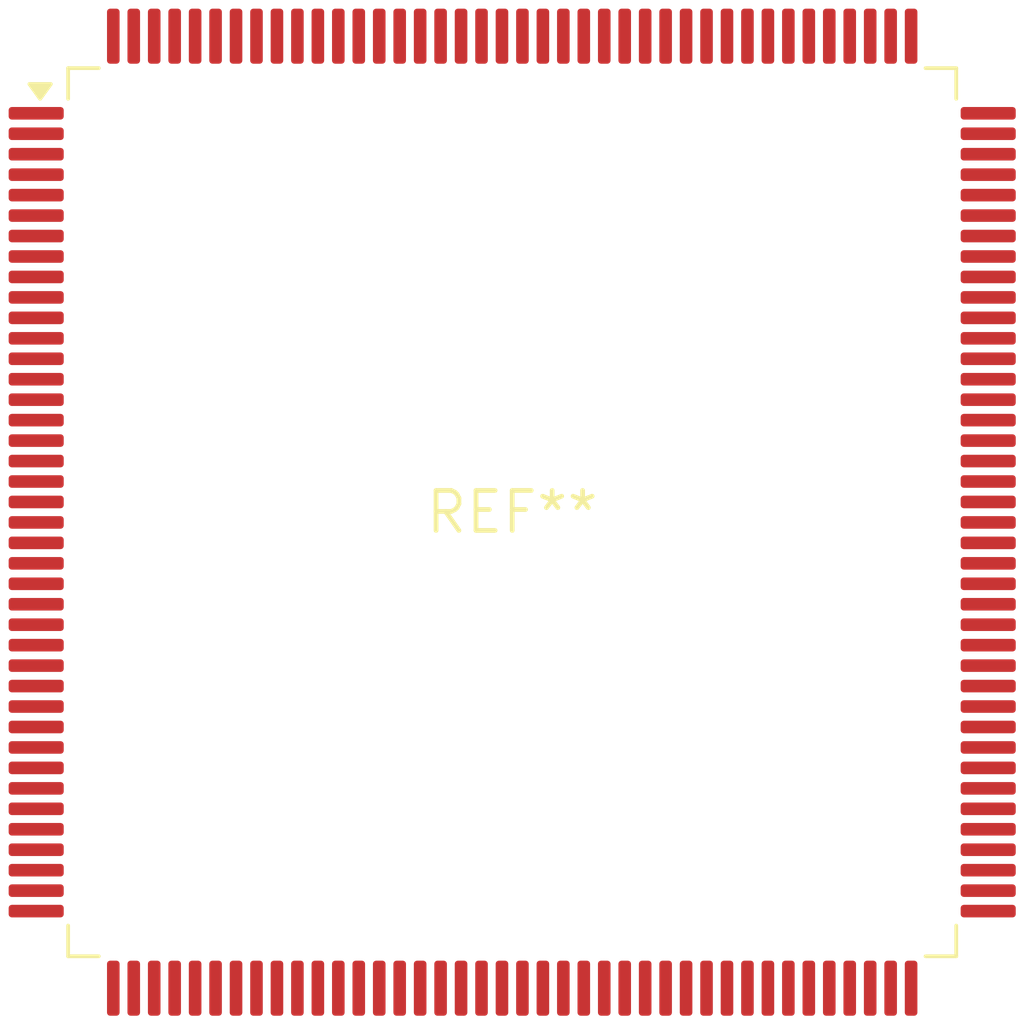
<source format=kicad_pcb>
(kicad_pcb (version 20240108) (generator pcbnew)
  (layers (0 "F.Cu" signal) (31 "B.Cu" signal) (34 "B.Paste" user) (35 "F.Paste" user) (36 "B.SilkS" user "B.Silkscreen") (37 "F.SilkS" user "F.Silkscreen") (38 "B.Mask" user) (39 "F.Mask" user) (44 "Edge.Cuts" user))
  (net 0 "")
  (footprint "PQFP-160_28x28mm_P0.65mm" (layer "F.Cu") (at 0 0)
    (property "Reference" "REF**")
    (property "Value" "PQFP-160_28x28mm_P0.65mm")
    (fp_line (start -14.11 -14.11) (end -14.11 -13.135) (layer "F.SilkS") (stroke (width 0.12)))
    (fp_line (start -14.11 14.11) (end -14.11 13.135) (layer "F.SilkS") (stroke (width 0.12)))
    (fp_line (start -13.135 -14.11) (end -14.11 -14.11) (layer "F.SilkS") (stroke (width 0.12)))
    (fp_line (start -13.135 14.11) (end -14.11 14.11) (layer "F.SilkS") (stroke (width 0.12)))
    (fp_line (start 13.135 -14.11) (end 14.11 -14.11) (layer "F.SilkS") (stroke (width 0.12)))
    (fp_line (start 13.135 14.11) (end 14.11 14.11) (layer "F.SilkS") (stroke (width 0.12)))
    (fp_line (start 14.11 -14.11) (end 14.11 -13.135) (layer "F.SilkS") (stroke (width 0.12)))
    (fp_line (start 14.11 14.11) (end 14.11 13.135) (layer "F.SilkS") (stroke (width 0.12)))
    (fp_poly (pts (xy -15 -13.135) (xy -15.34 -13.605) (xy -14.66 -13.605) (xy -15 -13.135)) (layer "F.SilkS") (stroke (width 0.12)) (fill solid))
    (pad "1" smd roundrect (at -15.125 -12.675) (size 1.75 0.4) (layers "F.Cu" "F.Paste" "F.Mask"))
    (pad "2" smd roundrect (at -15.125 -12.025) (size 1.75 0.4) (layers "F.Cu" "F.Paste" "F.Mask"))
    (pad "3" smd roundrect (at -15.125 -11.375) (size 1.75 0.4) (layers "F.Cu" "F.Paste" "F.Mask"))
    (pad "4" smd roundrect (at -15.125 -10.725) (size 1.75 0.4) (layers "F.Cu" "F.Paste" "F.Mask"))
    (pad "5" smd roundrect (at -15.125 -10.075) (size 1.75 0.4) (layers "F.Cu" "F.Paste" "F.Mask"))
    (pad "6" smd roundrect (at -15.125 -9.425) (size 1.75 0.4) (layers "F.Cu" "F.Paste" "F.Mask"))
    (pad "7" smd roundrect (at -15.125 -8.775) (size 1.75 0.4) (layers "F.Cu" "F.Paste" "F.Mask"))
    (pad "8" smd roundrect (at -15.125 -8.125) (size 1.75 0.4) (layers "F.Cu" "F.Paste" "F.Mask"))
    (pad "9" smd roundrect (at -15.125 -7.475) (size 1.75 0.4) (layers "F.Cu" "F.Paste" "F.Mask"))
    (pad "10" smd roundrect (at -15.125 -6.825) (size 1.75 0.4) (layers "F.Cu" "F.Paste" "F.Mask"))
    (pad "11" smd roundrect (at -15.125 -6.175) (size 1.75 0.4) (layers "F.Cu" "F.Paste" "F.Mask"))
    (pad "12" smd roundrect (at -15.125 -5.525) (size 1.75 0.4) (layers "F.Cu" "F.Paste" "F.Mask"))
    (pad "13" smd roundrect (at -15.125 -4.875) (size 1.75 0.4) (layers "F.Cu" "F.Paste" "F.Mask"))
    (pad "14" smd roundrect (at -15.125 -4.225) (size 1.75 0.4) (layers "F.Cu" "F.Paste" "F.Mask"))
    (pad "15" smd roundrect (at -15.125 -3.575) (size 1.75 0.4) (layers "F.Cu" "F.Paste" "F.Mask"))
    (pad "16" smd roundrect (at -15.125 -2.925) (size 1.75 0.4) (layers "F.Cu" "F.Paste" "F.Mask"))
    (pad "17" smd roundrect (at -15.125 -2.275) (size 1.75 0.4) (layers "F.Cu" "F.Paste" "F.Mask"))
    (pad "18" smd roundrect (at -15.125 -1.625) (size 1.75 0.4) (layers "F.Cu" "F.Paste" "F.Mask"))
    (pad "19" smd roundrect (at -15.125 -0.975) (size 1.75 0.4) (layers "F.Cu" "F.Paste" "F.Mask"))
    (pad "20" smd roundrect (at -15.125 -0.325) (size 1.75 0.4) (layers "F.Cu" "F.Paste" "F.Mask"))
    (pad "21" smd roundrect (at -15.125 0.325) (size 1.75 0.4) (layers "F.Cu" "F.Paste" "F.Mask"))
    (pad "22" smd roundrect (at -15.125 0.975) (size 1.75 0.4) (layers "F.Cu" "F.Paste" "F.Mask"))
    (pad "23" smd roundrect (at -15.125 1.625) (size 1.75 0.4) (layers "F.Cu" "F.Paste" "F.Mask"))
    (pad "24" smd roundrect (at -15.125 2.275) (size 1.75 0.4) (layers "F.Cu" "F.Paste" "F.Mask"))
    (pad "25" smd roundrect (at -15.125 2.925) (size 1.75 0.4) (layers "F.Cu" "F.Paste" "F.Mask"))
    (pad "26" smd roundrect (at -15.125 3.575) (size 1.75 0.4) (layers "F.Cu" "F.Paste" "F.Mask"))
    (pad "27" smd roundrect (at -15.125 4.225) (size 1.75 0.4) (layers "F.Cu" "F.Paste" "F.Mask"))
    (pad "28" smd roundrect (at -15.125 4.875) (size 1.75 0.4) (layers "F.Cu" "F.Paste" "F.Mask"))
    (pad "29" smd roundrect (at -15.125 5.525) (size 1.75 0.4) (layers "F.Cu" "F.Paste" "F.Mask"))
    (pad "30" smd roundrect (at -15.125 6.175) (size 1.75 0.4) (layers "F.Cu" "F.Paste" "F.Mask"))
    (pad "31" smd roundrect (at -15.125 6.825) (size 1.75 0.4) (layers "F.Cu" "F.Paste" "F.Mask"))
    (pad "32" smd roundrect (at -15.125 7.475) (size 1.75 0.4) (layers "F.Cu" "F.Paste" "F.Mask"))
    (pad "33" smd roundrect (at -15.125 8.125) (size 1.75 0.4) (layers "F.Cu" "F.Paste" "F.Mask"))
    (pad "34" smd roundrect (at -15.125 8.775) (size 1.75 0.4) (layers "F.Cu" "F.Paste" "F.Mask"))
    (pad "35" smd roundrect (at -15.125 9.425) (size 1.75 0.4) (layers "F.Cu" "F.Paste" "F.Mask"))
    (pad "36" smd roundrect (at -15.125 10.075) (size 1.75 0.4) (layers "F.Cu" "F.Paste" "F.Mask"))
    (pad "37" smd roundrect (at -15.125 10.725) (size 1.75 0.4) (layers "F.Cu" "F.Paste" "F.Mask"))
    (pad "38" smd roundrect (at -15.125 11.375) (size 1.75 0.4) (layers "F.Cu" "F.Paste" "F.Mask"))
    (pad "39" smd roundrect (at -15.125 12.025) (size 1.75 0.4) (layers "F.Cu" "F.Paste" "F.Mask"))
    (pad "40" smd roundrect (at -15.125 12.675) (size 1.75 0.4) (layers "F.Cu" "F.Paste" "F.Mask"))
    (pad "41" smd roundrect (at -12.675 15.125) (size 0.4 1.75) (layers "F.Cu" "F.Paste" "F.Mask"))
    (pad "42" smd roundrect (at -12.025 15.125) (size 0.4 1.75) (layers "F.Cu" "F.Paste" "F.Mask"))
    (pad "43" smd roundrect (at -11.375 15.125) (size 0.4 1.75) (layers "F.Cu" "F.Paste" "F.Mask"))
    (pad "44" smd roundrect (at -10.725 15.125) (size 0.4 1.75) (layers "F.Cu" "F.Paste" "F.Mask"))
    (pad "45" smd roundrect (at -10.075 15.125) (size 0.4 1.75) (layers "F.Cu" "F.Paste" "F.Mask"))
    (pad "46" smd roundrect (at -9.425 15.125) (size 0.4 1.75) (layers "F.Cu" "F.Paste" "F.Mask"))
    (pad "47" smd roundrect (at -8.775 15.125) (size 0.4 1.75) (layers "F.Cu" "F.Paste" "F.Mask"))
    (pad "48" smd roundrect (at -8.125 15.125) (size 0.4 1.75) (layers "F.Cu" "F.Paste" "F.Mask"))
    (pad "49" smd roundrect (at -7.475 15.125) (size 0.4 1.75) (layers "F.Cu" "F.Paste" "F.Mask"))
    (pad "50" smd roundrect (at -6.825 15.125) (size 0.4 1.75) (layers "F.Cu" "F.Paste" "F.Mask"))
    (pad "51" smd roundrect (at -6.175 15.125) (size 0.4 1.75) (layers "F.Cu" "F.Paste" "F.Mask"))
    (pad "52" smd roundrect (at -5.525 15.125) (size 0.4 1.75) (layers "F.Cu" "F.Paste" "F.Mask"))
    (pad "53" smd roundrect (at -4.875 15.125) (size 0.4 1.75) (layers "F.Cu" "F.Paste" "F.Mask"))
    (pad "54" smd roundrect (at -4.225 15.125) (size 0.4 1.75) (layers "F.Cu" "F.Paste" "F.Mask"))
    (pad "55" smd roundrect (at -3.575 15.125) (size 0.4 1.75) (layers "F.Cu" "F.Paste" "F.Mask"))
    (pad "56" smd roundrect (at -2.925 15.125) (size 0.4 1.75) (layers "F.Cu" "F.Paste" "F.Mask"))
    (pad "57" smd roundrect (at -2.275 15.125) (size 0.4 1.75) (layers "F.Cu" "F.Paste" "F.Mask"))
    (pad "58" smd roundrect (at -1.625 15.125) (size 0.4 1.75) (layers "F.Cu" "F.Paste" "F.Mask"))
    (pad "59" smd roundrect (at -0.975 15.125) (size 0.4 1.75) (layers "F.Cu" "F.Paste" "F.Mask"))
    (pad "60" smd roundrect (at -0.325 15.125) (size 0.4 1.75) (layers "F.Cu" "F.Paste" "F.Mask"))
    (pad "61" smd roundrect (at 0.325 15.125) (size 0.4 1.75) (layers "F.Cu" "F.Paste" "F.Mask"))
    (pad "62" smd roundrect (at 0.975 15.125) (size 0.4 1.75) (layers "F.Cu" "F.Paste" "F.Mask"))
    (pad "63" smd roundrect (at 1.625 15.125) (size 0.4 1.75) (layers "F.Cu" "F.Paste" "F.Mask"))
    (pad "64" smd roundrect (at 2.275 15.125) (size 0.4 1.75) (layers "F.Cu" "F.Paste" "F.Mask"))
    (pad "65" smd roundrect (at 2.925 15.125) (size 0.4 1.75) (layers "F.Cu" "F.Paste" "F.Mask"))
    (pad "66" smd roundrect (at 3.575 15.125) (size 0.4 1.75) (layers "F.Cu" "F.Paste" "F.Mask"))
    (pad "67" smd roundrect (at 4.225 15.125) (size 0.4 1.75) (layers "F.Cu" "F.Paste" "F.Mask"))
    (pad "68" smd roundrect (at 4.875 15.125) (size 0.4 1.75) (layers "F.Cu" "F.Paste" "F.Mask"))
    (pad "69" smd roundrect (at 5.525 15.125) (size 0.4 1.75) (layers "F.Cu" "F.Paste" "F.Mask"))
    (pad "70" smd roundrect (at 6.175 15.125) (size 0.4 1.75) (layers "F.Cu" "F.Paste" "F.Mask"))
    (pad "71" smd roundrect (at 6.825 15.125) (size 0.4 1.75) (layers "F.Cu" "F.Paste" "F.Mask"))
    (pad "72" smd roundrect (at 7.475 15.125) (size 0.4 1.75) (layers "F.Cu" "F.Paste" "F.Mask"))
    (pad "73" smd roundrect (at 8.125 15.125) (size 0.4 1.75) (layers "F.Cu" "F.Paste" "F.Mask"))
    (pad "74" smd roundrect (at 8.775 15.125) (size 0.4 1.75) (layers "F.Cu" "F.Paste" "F.Mask"))
    (pad "75" smd roundrect (at 9.425 15.125) (size 0.4 1.75) (layers "F.Cu" "F.Paste" "F.Mask"))
    (pad "76" smd roundrect (at 10.075 15.125) (size 0.4 1.75) (layers "F.Cu" "F.Paste" "F.Mask"))
    (pad "77" smd roundrect (at 10.725 15.125) (size 0.4 1.75) (layers "F.Cu" "F.Paste" "F.Mask"))
    (pad "78" smd roundrect (at 11.375 15.125) (size 0.4 1.75) (layers "F.Cu" "F.Paste" "F.Mask"))
    (pad "79" smd roundrect (at 12.025 15.125) (size 0.4 1.75) (layers "F.Cu" "F.Paste" "F.Mask"))
    (pad "80" smd roundrect (at 12.675 15.125) (size 0.4 1.75) (layers "F.Cu" "F.Paste" "F.Mask"))
    (pad "81" smd roundrect (at 15.125 12.675) (size 1.75 0.4) (layers "F.Cu" "F.Paste" "F.Mask"))
    (pad "82" smd roundrect (at 15.125 12.025) (size 1.75 0.4) (layers "F.Cu" "F.Paste" "F.Mask"))
    (pad "83" smd roundrect (at 15.125 11.375) (size 1.75 0.4) (layers "F.Cu" "F.Paste" "F.Mask"))
    (pad "84" smd roundrect (at 15.125 10.725) (size 1.75 0.4) (layers "F.Cu" "F.Paste" "F.Mask"))
    (pad "85" smd roundrect (at 15.125 10.075) (size 1.75 0.4) (layers "F.Cu" "F.Paste" "F.Mask"))
    (pad "86" smd roundrect (at 15.125 9.425) (size 1.75 0.4) (layers "F.Cu" "F.Paste" "F.Mask"))
    (pad "87" smd roundrect (at 15.125 8.775) (size 1.75 0.4) (layers "F.Cu" "F.Paste" "F.Mask"))
    (pad "88" smd roundrect (at 15.125 8.125) (size 1.75 0.4) (layers "F.Cu" "F.Paste" "F.Mask"))
    (pad "89" smd roundrect (at 15.125 7.475) (size 1.75 0.4) (layers "F.Cu" "F.Paste" "F.Mask"))
    (pad "90" smd roundrect (at 15.125 6.825) (size 1.75 0.4) (layers "F.Cu" "F.Paste" "F.Mask"))
    (pad "91" smd roundrect (at 15.125 6.175) (size 1.75 0.4) (layers "F.Cu" "F.Paste" "F.Mask"))
    (pad "92" smd roundrect (at 15.125 5.525) (size 1.75 0.4) (layers "F.Cu" "F.Paste" "F.Mask"))
    (pad "93" smd roundrect (at 15.125 4.875) (size 1.75 0.4) (layers "F.Cu" "F.Paste" "F.Mask"))
    (pad "94" smd roundrect (at 15.125 4.225) (size 1.75 0.4) (layers "F.Cu" "F.Paste" "F.Mask"))
    (pad "95" smd roundrect (at 15.125 3.575) (size 1.75 0.4) (layers "F.Cu" "F.Paste" "F.Mask"))
    (pad "96" smd roundrect (at 15.125 2.925) (size 1.75 0.4) (layers "F.Cu" "F.Paste" "F.Mask"))
    (pad "97" smd roundrect (at 15.125 2.275) (size 1.75 0.4) (layers "F.Cu" "F.Paste" "F.Mask"))
    (pad "98" smd roundrect (at 15.125 1.625) (size 1.75 0.4) (layers "F.Cu" "F.Paste" "F.Mask"))
    (pad "99" smd roundrect (at 15.125 0.975) (size 1.75 0.4) (layers "F.Cu" "F.Paste" "F.Mask"))
    (pad "100" smd roundrect (at 15.125 0.325) (size 1.75 0.4) (layers "F.Cu" "F.Paste" "F.Mask"))
    (pad "101" smd roundrect (at 15.125 -0.325) (size 1.75 0.4) (layers "F.Cu" "F.Paste" "F.Mask"))
    (pad "102" smd roundrect (at 15.125 -0.975) (size 1.75 0.4) (layers "F.Cu" "F.Paste" "F.Mask"))
    (pad "103" smd roundrect (at 15.125 -1.625) (size 1.75 0.4) (layers "F.Cu" "F.Paste" "F.Mask"))
    (pad "104" smd roundrect (at 15.125 -2.275) (size 1.75 0.4) (layers "F.Cu" "F.Paste" "F.Mask"))
    (pad "105" smd roundrect (at 15.125 -2.925) (size 1.75 0.4) (layers "F.Cu" "F.Paste" "F.Mask"))
    (pad "106" smd roundrect (at 15.125 -3.575) (size 1.75 0.4) (layers "F.Cu" "F.Paste" "F.Mask"))
    (pad "107" smd roundrect (at 15.125 -4.225) (size 1.75 0.4) (layers "F.Cu" "F.Paste" "F.Mask"))
    (pad "108" smd roundrect (at 15.125 -4.875) (size 1.75 0.4) (layers "F.Cu" "F.Paste" "F.Mask"))
    (pad "109" smd roundrect (at 15.125 -5.525) (size 1.75 0.4) (layers "F.Cu" "F.Paste" "F.Mask"))
    (pad "110" smd roundrect (at 15.125 -6.175) (size 1.75 0.4) (layers "F.Cu" "F.Paste" "F.Mask"))
    (pad "111" smd roundrect (at 15.125 -6.825) (size 1.75 0.4) (layers "F.Cu" "F.Paste" "F.Mask"))
    (pad "112" smd roundrect (at 15.125 -7.475) (size 1.75 0.4) (layers "F.Cu" "F.Paste" "F.Mask"))
    (pad "113" smd roundrect (at 15.125 -8.125) (size 1.75 0.4) (layers "F.Cu" "F.Paste" "F.Mask"))
    (pad "114" smd roundrect (at 15.125 -8.775) (size 1.75 0.4) (layers "F.Cu" "F.Paste" "F.Mask"))
    (pad "115" smd roundrect (at 15.125 -9.425) (size 1.75 0.4) (layers "F.Cu" "F.Paste" "F.Mask"))
    (pad "116" smd roundrect (at 15.125 -10.075) (size 1.75 0.4) (layers "F.Cu" "F.Paste" "F.Mask"))
    (pad "117" smd roundrect (at 15.125 -10.725) (size 1.75 0.4) (layers "F.Cu" "F.Paste" "F.Mask"))
    (pad "118" smd roundrect (at 15.125 -11.375) (size 1.75 0.4) (layers "F.Cu" "F.Paste" "F.Mask"))
    (pad "119" smd roundrect (at 15.125 -12.025) (size 1.75 0.4) (layers "F.Cu" "F.Paste" "F.Mask"))
    (pad "120" smd roundrect (at 15.125 -12.675) (size 1.75 0.4) (layers "F.Cu" "F.Paste" "F.Mask"))
    (pad "121" smd roundrect (at 12.675 -15.125) (size 0.4 1.75) (layers "F.Cu" "F.Paste" "F.Mask"))
    (pad "122" smd roundrect (at 12.025 -15.125) (size 0.4 1.75) (layers "F.Cu" "F.Paste" "F.Mask"))
    (pad "123" smd roundrect (at 11.375 -15.125) (size 0.4 1.75) (layers "F.Cu" "F.Paste" "F.Mask"))
    (pad "124" smd roundrect (at 10.725 -15.125) (size 0.4 1.75) (layers "F.Cu" "F.Paste" "F.Mask"))
    (pad "125" smd roundrect (at 10.075 -15.125) (size 0.4 1.75) (layers "F.Cu" "F.Paste" "F.Mask"))
    (pad "126" smd roundrect (at 9.425 -15.125) (size 0.4 1.75) (layers "F.Cu" "F.Paste" "F.Mask"))
    (pad "127" smd roundrect (at 8.775 -15.125) (size 0.4 1.75) (layers "F.Cu" "F.Paste" "F.Mask"))
    (pad "128" smd roundrect (at 8.125 -15.125) (size 0.4 1.75) (layers "F.Cu" "F.Paste" "F.Mask"))
    (pad "129" smd roundrect (at 7.475 -15.125) (size 0.4 1.75) (layers "F.Cu" "F.Paste" "F.Mask"))
    (pad "130" smd roundrect (at 6.825 -15.125) (size 0.4 1.75) (layers "F.Cu" "F.Paste" "F.Mask"))
    (pad "131" smd roundrect (at 6.175 -15.125) (size 0.4 1.75) (layers "F.Cu" "F.Paste" "F.Mask"))
    (pad "132" smd roundrect (at 5.525 -15.125) (size 0.4 1.75) (layers "F.Cu" "F.Paste" "F.Mask"))
    (pad "133" smd roundrect (at 4.875 -15.125) (size 0.4 1.75) (layers "F.Cu" "F.Paste" "F.Mask"))
    (pad "134" smd roundrect (at 4.225 -15.125) (size 0.4 1.75) (layers "F.Cu" "F.Paste" "F.Mask"))
    (pad "135" smd roundrect (at 3.575 -15.125) (size 0.4 1.75) (layers "F.Cu" "F.Paste" "F.Mask"))
    (pad "136" smd roundrect (at 2.925 -15.125) (size 0.4 1.75) (layers "F.Cu" "F.Paste" "F.Mask"))
    (pad "137" smd roundrect (at 2.275 -15.125) (size 0.4 1.75) (layers "F.Cu" "F.Paste" "F.Mask"))
    (pad "138" smd roundrect (at 1.625 -15.125) (size 0.4 1.75) (layers "F.Cu" "F.Paste" "F.Mask"))
    (pad "139" smd roundrect (at 0.975 -15.125) (size 0.4 1.75) (layers "F.Cu" "F.Paste" "F.Mask"))
    (pad "140" smd roundrect (at 0.325 -15.125) (size 0.4 1.75) (layers "F.Cu" "F.Paste" "F.Mask"))
    (pad "141" smd roundrect (at -0.325 -15.125) (size 0.4 1.75) (layers "F.Cu" "F.Paste" "F.Mask"))
    (pad "142" smd roundrect (at -0.975 -15.125) (size 0.4 1.75) (layers "F.Cu" "F.Paste" "F.Mask"))
    (pad "143" smd roundrect (at -1.625 -15.125) (size 0.4 1.75) (layers "F.Cu" "F.Paste" "F.Mask"))
    (pad "144" smd roundrect (at -2.275 -15.125) (size 0.4 1.75) (layers "F.Cu" "F.Paste" "F.Mask"))
    (pad "145" smd roundrect (at -2.925 -15.125) (size 0.4 1.75) (layers "F.Cu" "F.Paste" "F.Mask"))
    (pad "146" smd roundrect (at -3.575 -15.125) (size 0.4 1.75) (layers "F.Cu" "F.Paste" "F.Mask"))
    (pad "147" smd roundrect (at -4.225 -15.125) (size 0.4 1.75) (layers "F.Cu" "F.Paste" "F.Mask"))
    (pad "148" smd roundrect (at -4.875 -15.125) (size 0.4 1.75) (layers "F.Cu" "F.Paste" "F.Mask"))
    (pad "149" smd roundrect (at -5.525 -15.125) (size 0.4 1.75) (layers "F.Cu" "F.Paste" "F.Mask"))
    (pad "150" smd roundrect (at -6.175 -15.125) (size 0.4 1.75) (layers "F.Cu" "F.Paste" "F.Mask"))
    (pad "151" smd roundrect (at -6.825 -15.125) (size 0.4 1.75) (layers "F.Cu" "F.Paste" "F.Mask"))
    (pad "152" smd roundrect (at -7.475 -15.125) (size 0.4 1.75) (layers "F.Cu" "F.Paste" "F.Mask"))
    (pad "153" smd roundrect (at -8.125 -15.125) (size 0.4 1.75) (layers "F.Cu" "F.Paste" "F.Mask"))
    (pad "154" smd roundrect (at -8.775 -15.125) (size 0.4 1.75) (layers "F.Cu" "F.Paste" "F.Mask"))
    (pad "155" smd roundrect (at -9.425 -15.125) (size 0.4 1.75) (layers "F.Cu" "F.Paste" "F.Mask"))
    (pad "156" smd roundrect (at -10.075 -15.125) (size 0.4 1.75) (layers "F.Cu" "F.Paste" "F.Mask"))
    (pad "157" smd roundrect (at -10.725 -15.125) (size 0.4 1.75) (layers "F.Cu" "F.Paste" "F.Mask"))
    (pad "158" smd roundrect (at -11.375 -15.125) (size 0.4 1.75) (layers "F.Cu" "F.Paste" "F.Mask"))
    (pad "159" smd roundrect (at -12.025 -15.125) (size 0.4 1.75) (layers "F.Cu" "F.Paste" "F.Mask"))
    (pad "160" smd roundrect (at -12.675 -15.125) (size 0.4 1.75) (layers "F.Cu" "F.Paste" "F.Mask"))
  )
)
</source>
